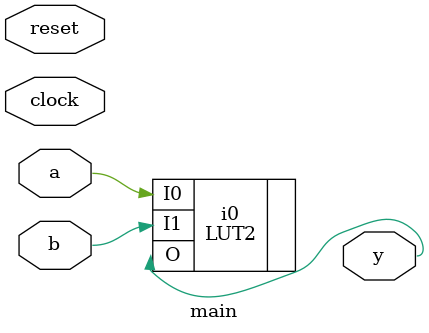
<source format=v>
module main(input clock, input reset, input a, input b, output y);

    (* LOC = "SLICE_X0Y0", BEL = "A6LUT" *)
    LUT2 #(.INIT(4'h6)) i0 (.I0(a), .I1(b), .O(y));

endmodule

</source>
